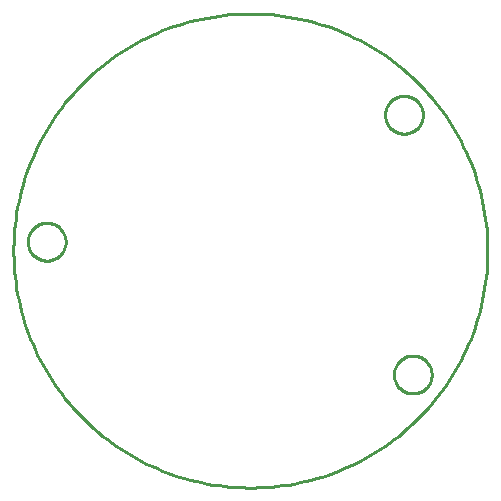
<source format=gbr>
G04 EAGLE Gerber RS-274X export*
G75*
%MOMM*%
%FSLAX34Y34*%
%LPD*%
%IN*%
%IPPOS*%
%AMOC8*
5,1,8,0,0,1.08239X$1,22.5*%
G01*
%ADD10C,0.254000*%


D10*
X200660Y-2463D02*
X200660Y2463D01*
X200539Y7386D01*
X200297Y12306D01*
X199935Y17217D01*
X199452Y22119D01*
X198850Y27007D01*
X198127Y31879D01*
X197285Y36732D01*
X196324Y41562D01*
X195245Y46368D01*
X194048Y51145D01*
X192735Y55892D01*
X191305Y60605D01*
X189760Y65282D01*
X188101Y69919D01*
X186328Y74514D01*
X184443Y79064D01*
X182447Y83567D01*
X180342Y88019D01*
X178127Y92419D01*
X175805Y96762D01*
X173378Y101048D01*
X170846Y105272D01*
X168211Y109433D01*
X165475Y113528D01*
X162639Y117555D01*
X159705Y121511D01*
X156675Y125394D01*
X153550Y129201D01*
X150333Y132930D01*
X147025Y136580D01*
X143629Y140147D01*
X140147Y143629D01*
X136580Y147025D01*
X132930Y150333D01*
X129201Y153550D01*
X125394Y156675D01*
X121511Y159705D01*
X117555Y162639D01*
X113528Y165475D01*
X109433Y168211D01*
X105272Y170846D01*
X101048Y173378D01*
X96762Y175805D01*
X92419Y178127D01*
X88019Y180342D01*
X83567Y182447D01*
X79064Y184443D01*
X74514Y186328D01*
X69919Y188101D01*
X65282Y189760D01*
X60605Y191305D01*
X55892Y192735D01*
X51145Y194048D01*
X46368Y195245D01*
X41562Y196324D01*
X36732Y197285D01*
X31879Y198127D01*
X27007Y198850D01*
X22119Y199452D01*
X17217Y199935D01*
X12306Y200297D01*
X7386Y200539D01*
X2463Y200660D01*
X-2463Y200660D01*
X-7386Y200539D01*
X-12306Y200297D01*
X-17217Y199935D01*
X-22119Y199452D01*
X-27007Y198850D01*
X-31879Y198127D01*
X-36732Y197285D01*
X-41562Y196324D01*
X-46368Y195245D01*
X-51145Y194048D01*
X-55892Y192735D01*
X-60605Y191305D01*
X-65282Y189760D01*
X-69919Y188101D01*
X-74514Y186328D01*
X-79064Y184443D01*
X-83567Y182447D01*
X-88019Y180342D01*
X-92419Y178127D01*
X-96762Y175805D01*
X-101048Y173378D01*
X-105272Y170846D01*
X-109433Y168211D01*
X-113528Y165475D01*
X-117555Y162639D01*
X-121511Y159705D01*
X-125394Y156675D01*
X-129201Y153550D01*
X-132930Y150333D01*
X-136580Y147025D01*
X-140147Y143629D01*
X-143629Y140147D01*
X-147025Y136580D01*
X-150333Y132930D01*
X-153550Y129201D01*
X-156675Y125394D01*
X-159705Y121511D01*
X-162639Y117555D01*
X-165475Y113528D01*
X-168211Y109433D01*
X-170846Y105272D01*
X-173378Y101048D01*
X-175805Y96762D01*
X-178127Y92419D01*
X-180342Y88019D01*
X-182447Y83567D01*
X-184443Y79064D01*
X-186328Y74514D01*
X-188101Y69919D01*
X-189760Y65282D01*
X-191305Y60605D01*
X-192735Y55892D01*
X-194048Y51145D01*
X-195245Y46368D01*
X-196324Y41562D01*
X-197285Y36732D01*
X-198127Y31879D01*
X-198850Y27007D01*
X-199452Y22119D01*
X-199935Y17217D01*
X-200297Y12306D01*
X-200539Y7386D01*
X-200660Y2463D01*
X-200660Y-2463D01*
X-200539Y-7386D01*
X-200297Y-12306D01*
X-199935Y-17217D01*
X-199452Y-22119D01*
X-198850Y-27007D01*
X-198127Y-31879D01*
X-197285Y-36732D01*
X-196324Y-41562D01*
X-195245Y-46368D01*
X-194048Y-51145D01*
X-192735Y-55892D01*
X-191305Y-60605D01*
X-189760Y-65282D01*
X-188101Y-69919D01*
X-186328Y-74514D01*
X-184443Y-79064D01*
X-182447Y-83567D01*
X-180342Y-88019D01*
X-178127Y-92419D01*
X-175805Y-96762D01*
X-173378Y-101048D01*
X-170846Y-105272D01*
X-168211Y-109433D01*
X-165475Y-113528D01*
X-162639Y-117555D01*
X-159705Y-121511D01*
X-156675Y-125394D01*
X-153550Y-129201D01*
X-150333Y-132930D01*
X-147025Y-136580D01*
X-143629Y-140147D01*
X-140147Y-143629D01*
X-136580Y-147025D01*
X-132930Y-150333D01*
X-129201Y-153550D01*
X-125394Y-156675D01*
X-121511Y-159705D01*
X-117555Y-162639D01*
X-113528Y-165475D01*
X-109433Y-168211D01*
X-105272Y-170846D01*
X-101048Y-173378D01*
X-96762Y-175805D01*
X-92419Y-178127D01*
X-88019Y-180342D01*
X-83567Y-182447D01*
X-79064Y-184443D01*
X-74514Y-186328D01*
X-69919Y-188101D01*
X-65282Y-189760D01*
X-60605Y-191305D01*
X-55892Y-192735D01*
X-51145Y-194048D01*
X-46368Y-195245D01*
X-41562Y-196324D01*
X-36732Y-197285D01*
X-31879Y-198127D01*
X-27007Y-198850D01*
X-22119Y-199452D01*
X-17217Y-199935D01*
X-12306Y-200297D01*
X-7386Y-200539D01*
X-2463Y-200660D01*
X2463Y-200660D01*
X7386Y-200539D01*
X12306Y-200297D01*
X17217Y-199935D01*
X22119Y-199452D01*
X27007Y-198850D01*
X31879Y-198127D01*
X36732Y-197285D01*
X41562Y-196324D01*
X46368Y-195245D01*
X51145Y-194048D01*
X55892Y-192735D01*
X60605Y-191305D01*
X65282Y-189760D01*
X69919Y-188101D01*
X74514Y-186328D01*
X79064Y-184443D01*
X83567Y-182447D01*
X88019Y-180342D01*
X92419Y-178127D01*
X96762Y-175805D01*
X101048Y-173378D01*
X105272Y-170846D01*
X109433Y-168211D01*
X113528Y-165475D01*
X117555Y-162639D01*
X121511Y-159705D01*
X125394Y-156675D01*
X129201Y-153550D01*
X132930Y-150333D01*
X136580Y-147025D01*
X140147Y-143629D01*
X143629Y-140147D01*
X147025Y-136580D01*
X150333Y-132930D01*
X153550Y-129201D01*
X156675Y-125394D01*
X159705Y-121511D01*
X162639Y-117555D01*
X165475Y-113528D01*
X168211Y-109433D01*
X170846Y-105272D01*
X173378Y-101048D01*
X175805Y-96762D01*
X178127Y-92419D01*
X180342Y-88019D01*
X182447Y-83567D01*
X184443Y-79064D01*
X186328Y-74514D01*
X188101Y-69919D01*
X189760Y-65282D01*
X191305Y-60605D01*
X192735Y-55892D01*
X194048Y-51145D01*
X195245Y-46368D01*
X196324Y-41562D01*
X197285Y-36732D01*
X198127Y-31879D01*
X198850Y-27007D01*
X199452Y-22119D01*
X199935Y-17217D01*
X200297Y-12306D01*
X200539Y-7386D01*
X200660Y-2463D01*
X153500Y-105524D02*
X153432Y-106569D01*
X153295Y-107608D01*
X153090Y-108635D01*
X152819Y-109647D01*
X152483Y-110639D01*
X152082Y-111607D01*
X151618Y-112546D01*
X151095Y-113454D01*
X150513Y-114325D01*
X149875Y-115156D01*
X149184Y-115943D01*
X148443Y-116684D01*
X147656Y-117375D01*
X146825Y-118013D01*
X145954Y-118595D01*
X145046Y-119118D01*
X144107Y-119582D01*
X143139Y-119983D01*
X142147Y-120319D01*
X141135Y-120590D01*
X140108Y-120795D01*
X139069Y-120932D01*
X138024Y-121000D01*
X136976Y-121000D01*
X135931Y-120932D01*
X134892Y-120795D01*
X133865Y-120590D01*
X132853Y-120319D01*
X131861Y-119983D01*
X130893Y-119582D01*
X129954Y-119118D01*
X129046Y-118595D01*
X128175Y-118013D01*
X127344Y-117375D01*
X126557Y-116684D01*
X125816Y-115943D01*
X125125Y-115156D01*
X124488Y-114325D01*
X123906Y-113454D01*
X123382Y-112546D01*
X122918Y-111607D01*
X122517Y-110639D01*
X122181Y-109647D01*
X121910Y-108635D01*
X121705Y-107608D01*
X121569Y-106569D01*
X121500Y-105524D01*
X121500Y-104476D01*
X121569Y-103431D01*
X121705Y-102392D01*
X121910Y-101365D01*
X122181Y-100353D01*
X122517Y-99361D01*
X122918Y-98393D01*
X123382Y-97454D01*
X123906Y-96546D01*
X124488Y-95675D01*
X125125Y-94844D01*
X125816Y-94057D01*
X126557Y-93316D01*
X127344Y-92625D01*
X128175Y-91988D01*
X129046Y-91406D01*
X129954Y-90882D01*
X130893Y-90418D01*
X131861Y-90017D01*
X132853Y-89681D01*
X133865Y-89410D01*
X134892Y-89205D01*
X135931Y-89069D01*
X136976Y-89000D01*
X138024Y-89000D01*
X139069Y-89069D01*
X140108Y-89205D01*
X141135Y-89410D01*
X142147Y-89681D01*
X143139Y-90017D01*
X144107Y-90418D01*
X145046Y-90882D01*
X145954Y-91406D01*
X146825Y-91988D01*
X147656Y-92625D01*
X148443Y-93316D01*
X149184Y-94057D01*
X149875Y-94844D01*
X150513Y-95675D01*
X151095Y-96546D01*
X151618Y-97454D01*
X152082Y-98393D01*
X152483Y-99361D01*
X152819Y-100353D01*
X153090Y-101365D01*
X153295Y-102392D01*
X153432Y-103431D01*
X153500Y-104476D01*
X153500Y-105524D01*
X-156500Y6976D02*
X-156569Y5931D01*
X-156705Y4892D01*
X-156910Y3865D01*
X-157181Y2853D01*
X-157517Y1861D01*
X-157918Y893D01*
X-158382Y-46D01*
X-158906Y-954D01*
X-159488Y-1825D01*
X-160125Y-2656D01*
X-160816Y-3443D01*
X-161557Y-4184D01*
X-162344Y-4875D01*
X-163175Y-5513D01*
X-164046Y-6095D01*
X-164954Y-6618D01*
X-165893Y-7082D01*
X-166861Y-7483D01*
X-167853Y-7819D01*
X-168865Y-8090D01*
X-169892Y-8295D01*
X-170931Y-8432D01*
X-171976Y-8500D01*
X-173024Y-8500D01*
X-174069Y-8432D01*
X-175108Y-8295D01*
X-176135Y-8090D01*
X-177147Y-7819D01*
X-178139Y-7483D01*
X-179107Y-7082D01*
X-180046Y-6618D01*
X-180954Y-6095D01*
X-181825Y-5513D01*
X-182656Y-4875D01*
X-183443Y-4184D01*
X-184184Y-3443D01*
X-184875Y-2656D01*
X-185513Y-1825D01*
X-186095Y-954D01*
X-186618Y-46D01*
X-187082Y893D01*
X-187483Y1861D01*
X-187819Y2853D01*
X-188090Y3865D01*
X-188295Y4892D01*
X-188432Y5931D01*
X-188500Y6976D01*
X-188500Y8024D01*
X-188432Y9069D01*
X-188295Y10108D01*
X-188090Y11135D01*
X-187819Y12147D01*
X-187483Y13139D01*
X-187082Y14107D01*
X-186618Y15046D01*
X-186095Y15954D01*
X-185513Y16825D01*
X-184875Y17656D01*
X-184184Y18443D01*
X-183443Y19184D01*
X-182656Y19875D01*
X-181825Y20513D01*
X-180954Y21095D01*
X-180046Y21618D01*
X-179107Y22082D01*
X-178139Y22483D01*
X-177147Y22819D01*
X-176135Y23090D01*
X-175108Y23295D01*
X-174069Y23432D01*
X-173024Y23500D01*
X-171976Y23500D01*
X-170931Y23432D01*
X-169892Y23295D01*
X-168865Y23090D01*
X-167853Y22819D01*
X-166861Y22483D01*
X-165893Y22082D01*
X-164954Y21618D01*
X-164046Y21095D01*
X-163175Y20513D01*
X-162344Y19875D01*
X-161557Y19184D01*
X-160816Y18443D01*
X-160125Y17656D01*
X-159488Y16825D01*
X-158906Y15954D01*
X-158382Y15046D01*
X-157918Y14107D01*
X-157517Y13139D01*
X-157181Y12147D01*
X-156910Y11135D01*
X-156705Y10108D01*
X-156569Y9069D01*
X-156500Y8024D01*
X-156500Y6976D01*
X146000Y114476D02*
X145932Y113431D01*
X145795Y112392D01*
X145590Y111365D01*
X145319Y110353D01*
X144983Y109361D01*
X144582Y108393D01*
X144118Y107454D01*
X143595Y106546D01*
X143013Y105675D01*
X142375Y104844D01*
X141684Y104057D01*
X140943Y103316D01*
X140156Y102625D01*
X139325Y101988D01*
X138454Y101406D01*
X137546Y100882D01*
X136607Y100418D01*
X135639Y100017D01*
X134647Y99681D01*
X133635Y99410D01*
X132608Y99205D01*
X131569Y99069D01*
X130524Y99000D01*
X129476Y99000D01*
X128431Y99069D01*
X127392Y99205D01*
X126365Y99410D01*
X125353Y99681D01*
X124361Y100017D01*
X123393Y100418D01*
X122454Y100882D01*
X121546Y101406D01*
X120675Y101988D01*
X119844Y102625D01*
X119057Y103316D01*
X118316Y104057D01*
X117625Y104844D01*
X116988Y105675D01*
X116406Y106546D01*
X115882Y107454D01*
X115418Y108393D01*
X115017Y109361D01*
X114681Y110353D01*
X114410Y111365D01*
X114205Y112392D01*
X114069Y113431D01*
X114000Y114476D01*
X114000Y115524D01*
X114069Y116569D01*
X114205Y117608D01*
X114410Y118635D01*
X114681Y119647D01*
X115017Y120639D01*
X115418Y121607D01*
X115882Y122546D01*
X116406Y123454D01*
X116988Y124325D01*
X117625Y125156D01*
X118316Y125943D01*
X119057Y126684D01*
X119844Y127375D01*
X120675Y128013D01*
X121546Y128595D01*
X122454Y129118D01*
X123393Y129582D01*
X124361Y129983D01*
X125353Y130319D01*
X126365Y130590D01*
X127392Y130795D01*
X128431Y130932D01*
X129476Y131000D01*
X130524Y131000D01*
X131569Y130932D01*
X132608Y130795D01*
X133635Y130590D01*
X134647Y130319D01*
X135639Y129983D01*
X136607Y129582D01*
X137546Y129118D01*
X138454Y128595D01*
X139325Y128013D01*
X140156Y127375D01*
X140943Y126684D01*
X141684Y125943D01*
X142375Y125156D01*
X143013Y124325D01*
X143595Y123454D01*
X144118Y122546D01*
X144582Y121607D01*
X144983Y120639D01*
X145319Y119647D01*
X145590Y118635D01*
X145795Y117608D01*
X145932Y116569D01*
X146000Y115524D01*
X146000Y114476D01*
M02*

</source>
